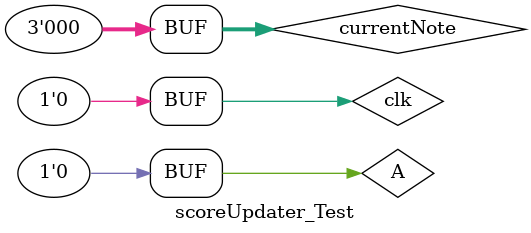
<source format=v>
`timescale 1ns / 1ps


module scoreUpdater_Test;

	// Inputs
	reg clk;
	reg [3:1] currentNote;
	reg A;
	reg A;

	// Instantiate the Unit Under Test (UUT)
	scoreUpdater uut (
		.clk(clk), 
		.currentNote(currentNote), 
		.A(A), 
		.A(A)
	);

	initial begin
		// Initialize Inputs
		clk = 0;
		currentNote = 0;
		A = 0;
		A = 0;

		// Wait 100 ns for global reset to finish
		#100;
        
		// Add stimulus here

	end
      
endmodule


</source>
